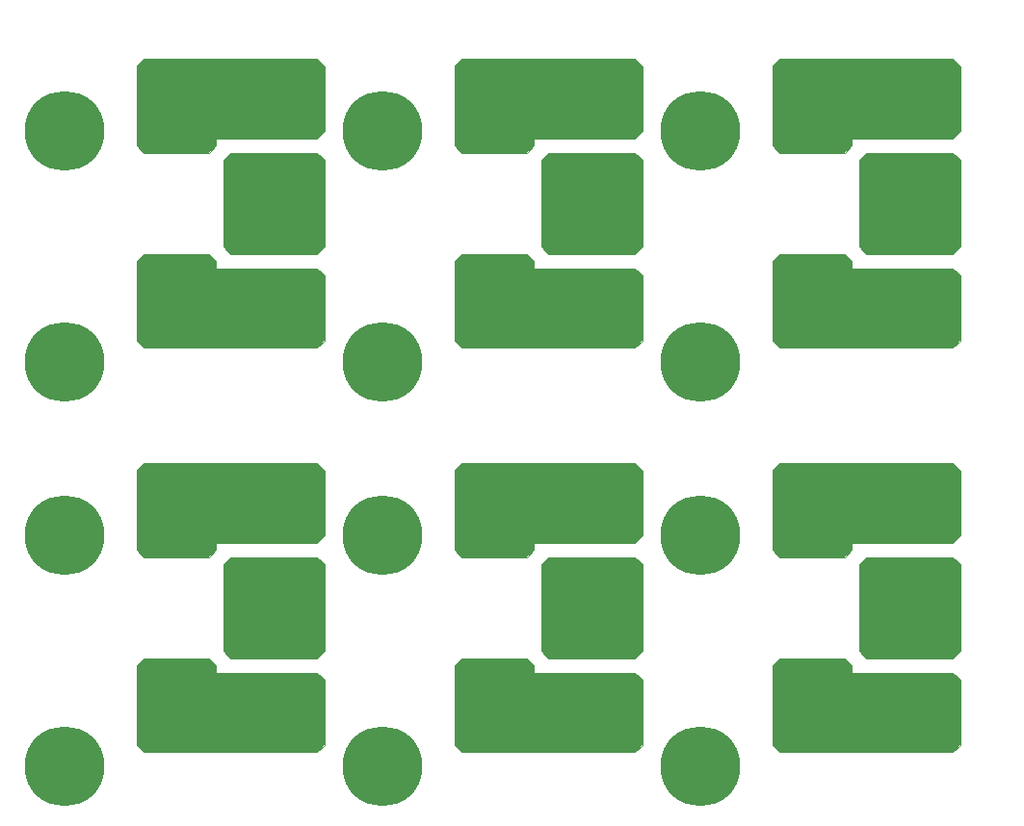
<source format=gbr>
%FSLAX34Y34*%
%MOMM*%
%LNCOPPER_TOP*%
G71*
G01*
%ADD10C, 2.00*%
%ADD11C, 0.10*%
%ADD12C, 7.00*%
%LPD*%
G36*
X257300Y759700D02*
X248525Y768475D01*
X248525Y780925D01*
X257300Y789700D01*
X269750Y789700D01*
X278525Y780925D01*
X278525Y768475D01*
X269750Y759700D01*
X257300Y759700D01*
G37*
G36*
X257300Y810500D02*
X248525Y819275D01*
X248525Y831725D01*
X257300Y840500D01*
X269750Y840500D01*
X278525Y831725D01*
X278525Y819275D01*
X269750Y810500D01*
X257300Y810500D01*
G37*
G36*
X257300Y861300D02*
X248525Y870075D01*
X248525Y882525D01*
X257300Y891300D01*
X269750Y891300D01*
X278525Y882525D01*
X278525Y870075D01*
X269750Y861300D01*
X257300Y861300D01*
G37*
G36*
X257300Y912100D02*
X248525Y920875D01*
X248525Y933325D01*
X257300Y942100D01*
X269750Y942100D01*
X278525Y933325D01*
X278525Y920875D01*
X269750Y912100D01*
X257300Y912100D01*
G37*
X187325Y928688D02*
G54D10*
D03*
X187325Y927100D02*
G54D10*
D03*
X187325Y925512D02*
G54D10*
D03*
X187325Y923925D02*
G54D10*
D03*
X187325Y922338D02*
G54D10*
D03*
X187325Y920750D02*
G54D10*
D03*
X187325Y919162D02*
G54D10*
D03*
X187325Y917575D02*
G54D10*
D03*
X187325Y915988D02*
G54D10*
D03*
X187325Y914400D02*
G54D10*
D03*
X187325Y912812D02*
G54D10*
D03*
X152400Y928688D02*
G54D10*
D03*
X152400Y927100D02*
G54D10*
D03*
X152400Y925512D02*
G54D10*
D03*
X152400Y923925D02*
G54D10*
D03*
X152400Y922338D02*
G54D10*
D03*
X152400Y920750D02*
G54D10*
D03*
X152400Y919162D02*
G54D10*
D03*
X152400Y917575D02*
G54D10*
D03*
X152400Y915988D02*
G54D10*
D03*
X152400Y914400D02*
G54D10*
D03*
X152400Y912812D02*
G54D10*
D03*
X187325Y788988D02*
G54D10*
D03*
X187325Y787400D02*
G54D10*
D03*
X187325Y785812D02*
G54D10*
D03*
X187325Y784225D02*
G54D10*
D03*
X187325Y782638D02*
G54D10*
D03*
X187325Y781050D02*
G54D10*
D03*
X187325Y779462D02*
G54D10*
D03*
X187325Y777875D02*
G54D10*
D03*
X187325Y776288D02*
G54D10*
D03*
X187325Y774700D02*
G54D10*
D03*
X187325Y773112D02*
G54D10*
D03*
X152400Y787400D02*
G54D10*
D03*
X152400Y788988D02*
G54D10*
D03*
X152400Y785812D02*
G54D10*
D03*
X152400Y784225D02*
G54D10*
D03*
X152400Y782638D02*
G54D10*
D03*
X152400Y781050D02*
G54D10*
D03*
X152400Y779462D02*
G54D10*
D03*
X152400Y777875D02*
G54D10*
D03*
X152400Y776288D02*
G54D10*
D03*
X152400Y774700D02*
G54D10*
D03*
X152400Y773112D02*
G54D10*
D03*
G36*
X301625Y889000D02*
X295275Y895350D01*
X219075Y895350D01*
X212725Y889000D01*
X212725Y812800D01*
X219075Y806450D01*
X295275Y806450D01*
X301625Y812800D01*
X301625Y889000D01*
G37*
G54D11*
X301625Y889000D02*
X295275Y895350D01*
X219075Y895350D01*
X212725Y889000D01*
X212725Y812800D01*
X219075Y806450D01*
X295275Y806450D01*
X301625Y812800D01*
X301625Y889000D01*
G36*
X295275Y908050D02*
X301625Y914400D01*
X301625Y946150D01*
X295275Y952500D01*
X142875Y952500D01*
X136525Y946150D01*
X136525Y908050D01*
X295275Y908050D01*
G37*
G54D11*
X295275Y908050D02*
X301625Y914400D01*
X301625Y946150D01*
X295275Y952500D01*
X142875Y952500D01*
X136525Y946150D01*
X136525Y908050D01*
X295275Y908050D01*
G36*
X301625Y787400D02*
X295275Y793750D01*
X136525Y793750D01*
X136525Y755650D01*
X142875Y749300D01*
X295275Y749300D01*
X301625Y755650D01*
X301625Y787400D01*
G37*
G54D11*
X301625Y787400D02*
X295275Y793750D01*
X136525Y793750D01*
X136525Y755650D01*
X142875Y749300D01*
X295275Y749300D01*
X301625Y755650D01*
X301625Y787400D01*
G36*
X136525Y908050D02*
X136525Y901700D01*
X142875Y895350D01*
X200025Y895350D01*
X206375Y901700D01*
X206375Y908050D01*
X136525Y908050D01*
G37*
G54D11*
X136525Y908050D02*
X136525Y901700D01*
X142875Y895350D01*
X200025Y895350D01*
X206375Y901700D01*
X206375Y908050D01*
X136525Y908050D01*
G36*
X136525Y793750D02*
X136525Y800100D01*
X142875Y806450D01*
X200025Y806450D01*
X206375Y800100D01*
X206375Y793750D01*
X136525Y793750D01*
G37*
G54D11*
X136525Y793750D02*
X136525Y800100D01*
X142875Y806450D01*
X200025Y806450D01*
X206375Y800100D01*
X206375Y793750D01*
X136525Y793750D01*
X73025Y914400D02*
G54D12*
D03*
X73025Y711200D02*
G54D12*
D03*
G36*
X136525Y946150D02*
X301625Y946150D01*
X301625Y971550D01*
X295275Y977900D01*
X142875Y977900D01*
X136525Y971550D01*
X136525Y946150D01*
G37*
G54D11*
X136525Y946150D02*
X301625Y946150D01*
X301625Y971550D01*
X295275Y977900D01*
X142875Y977900D01*
X136525Y971550D01*
X136525Y946150D01*
G36*
X301625Y755650D02*
X301625Y730250D01*
X295275Y723900D01*
X142875Y723900D01*
X136525Y730250D01*
X136525Y755650D01*
X301625Y755650D01*
G37*
G54D11*
X301625Y755650D02*
X301625Y730250D01*
X295275Y723900D01*
X142875Y723900D01*
X136525Y730250D01*
X136525Y755650D01*
X301625Y755650D01*
G36*
X536700Y759700D02*
X527925Y768475D01*
X527925Y780925D01*
X536700Y789700D01*
X549150Y789700D01*
X557925Y780925D01*
X557925Y768475D01*
X549150Y759700D01*
X536700Y759700D01*
G37*
G36*
X536700Y810500D02*
X527925Y819275D01*
X527925Y831725D01*
X536700Y840500D01*
X549150Y840500D01*
X557925Y831725D01*
X557925Y819275D01*
X549150Y810500D01*
X536700Y810500D01*
G37*
G36*
X536700Y861300D02*
X527925Y870075D01*
X527925Y882525D01*
X536700Y891300D01*
X549150Y891300D01*
X557925Y882525D01*
X557925Y870075D01*
X549150Y861300D01*
X536700Y861300D01*
G37*
G36*
X536700Y912100D02*
X527925Y920875D01*
X527925Y933325D01*
X536700Y942100D01*
X549150Y942100D01*
X557925Y933325D01*
X557925Y920875D01*
X549150Y912100D01*
X536700Y912100D01*
G37*
X466725Y928688D02*
G54D10*
D03*
X466725Y927100D02*
G54D10*
D03*
X466725Y925512D02*
G54D10*
D03*
X466725Y923925D02*
G54D10*
D03*
X466725Y922338D02*
G54D10*
D03*
X466725Y920750D02*
G54D10*
D03*
X466725Y919162D02*
G54D10*
D03*
X466725Y917575D02*
G54D10*
D03*
X466725Y915988D02*
G54D10*
D03*
X466725Y914400D02*
G54D10*
D03*
X466725Y912812D02*
G54D10*
D03*
X431800Y928688D02*
G54D10*
D03*
X431800Y927100D02*
G54D10*
D03*
X431800Y925512D02*
G54D10*
D03*
X431800Y923925D02*
G54D10*
D03*
X431800Y922338D02*
G54D10*
D03*
X431800Y920750D02*
G54D10*
D03*
X431800Y919162D02*
G54D10*
D03*
X431800Y917575D02*
G54D10*
D03*
X431800Y915988D02*
G54D10*
D03*
X431800Y914400D02*
G54D10*
D03*
X431800Y912812D02*
G54D10*
D03*
X466725Y788988D02*
G54D10*
D03*
X466725Y787400D02*
G54D10*
D03*
X466725Y785812D02*
G54D10*
D03*
X466725Y784225D02*
G54D10*
D03*
X466725Y782638D02*
G54D10*
D03*
X466725Y781050D02*
G54D10*
D03*
X466725Y779462D02*
G54D10*
D03*
X466725Y777875D02*
G54D10*
D03*
X466725Y776288D02*
G54D10*
D03*
X466725Y774700D02*
G54D10*
D03*
X466725Y773112D02*
G54D10*
D03*
X431800Y787400D02*
G54D10*
D03*
X431800Y788988D02*
G54D10*
D03*
X431800Y785812D02*
G54D10*
D03*
X431800Y784225D02*
G54D10*
D03*
X431800Y782638D02*
G54D10*
D03*
X431800Y781050D02*
G54D10*
D03*
X431800Y779462D02*
G54D10*
D03*
X431800Y777875D02*
G54D10*
D03*
X431800Y776288D02*
G54D10*
D03*
X431800Y774700D02*
G54D10*
D03*
X431800Y773112D02*
G54D10*
D03*
G36*
X581025Y889000D02*
X574675Y895350D01*
X498475Y895350D01*
X492125Y889000D01*
X492125Y812800D01*
X498475Y806450D01*
X574675Y806450D01*
X581025Y812800D01*
X581025Y889000D01*
G37*
G54D11*
X581025Y889000D02*
X574675Y895350D01*
X498475Y895350D01*
X492125Y889000D01*
X492125Y812800D01*
X498475Y806450D01*
X574675Y806450D01*
X581025Y812800D01*
X581025Y889000D01*
G36*
X574675Y908050D02*
X581025Y914400D01*
X581025Y946150D01*
X574675Y952500D01*
X422275Y952500D01*
X415925Y946150D01*
X415925Y908050D01*
X574675Y908050D01*
G37*
G54D11*
X574675Y908050D02*
X581025Y914400D01*
X581025Y946150D01*
X574675Y952500D01*
X422275Y952500D01*
X415925Y946150D01*
X415925Y908050D01*
X574675Y908050D01*
G36*
X581025Y787400D02*
X574675Y793750D01*
X415925Y793750D01*
X415925Y755650D01*
X422275Y749300D01*
X574675Y749300D01*
X581025Y755650D01*
X581025Y787400D01*
G37*
G54D11*
X581025Y787400D02*
X574675Y793750D01*
X415925Y793750D01*
X415925Y755650D01*
X422275Y749300D01*
X574675Y749300D01*
X581025Y755650D01*
X581025Y787400D01*
G36*
X415925Y908050D02*
X415925Y901700D01*
X422275Y895350D01*
X479425Y895350D01*
X485775Y901700D01*
X485775Y908050D01*
X415925Y908050D01*
G37*
G54D11*
X415925Y908050D02*
X415925Y901700D01*
X422275Y895350D01*
X479425Y895350D01*
X485775Y901700D01*
X485775Y908050D01*
X415925Y908050D01*
G36*
X415925Y793750D02*
X415925Y800100D01*
X422275Y806450D01*
X479425Y806450D01*
X485775Y800100D01*
X485775Y793750D01*
X415925Y793750D01*
G37*
G54D11*
X415925Y793750D02*
X415925Y800100D01*
X422275Y806450D01*
X479425Y806450D01*
X485775Y800100D01*
X485775Y793750D01*
X415925Y793750D01*
X352425Y914400D02*
G54D12*
D03*
X352425Y711200D02*
G54D12*
D03*
G36*
X415925Y946150D02*
X581025Y946150D01*
X581025Y971550D01*
X574675Y977900D01*
X422275Y977900D01*
X415925Y971550D01*
X415925Y946150D01*
G37*
G54D11*
X415925Y946150D02*
X581025Y946150D01*
X581025Y971550D01*
X574675Y977900D01*
X422275Y977900D01*
X415925Y971550D01*
X415925Y946150D01*
G36*
X581025Y755650D02*
X581025Y730250D01*
X574675Y723900D01*
X422275Y723900D01*
X415925Y730250D01*
X415925Y755650D01*
X581025Y755650D01*
G37*
G54D11*
X581025Y755650D02*
X581025Y730250D01*
X574675Y723900D01*
X422275Y723900D01*
X415925Y730250D01*
X415925Y755650D01*
X581025Y755650D01*
G36*
X816100Y759700D02*
X807325Y768475D01*
X807325Y780925D01*
X816100Y789700D01*
X828550Y789700D01*
X837325Y780925D01*
X837325Y768475D01*
X828550Y759700D01*
X816100Y759700D01*
G37*
G36*
X816100Y810500D02*
X807325Y819275D01*
X807325Y831725D01*
X816100Y840500D01*
X828550Y840500D01*
X837325Y831725D01*
X837325Y819275D01*
X828550Y810500D01*
X816100Y810500D01*
G37*
G36*
X816100Y861300D02*
X807325Y870075D01*
X807325Y882525D01*
X816100Y891300D01*
X828550Y891300D01*
X837325Y882525D01*
X837325Y870075D01*
X828550Y861300D01*
X816100Y861300D01*
G37*
G36*
X816100Y912100D02*
X807325Y920875D01*
X807325Y933325D01*
X816100Y942100D01*
X828550Y942100D01*
X837325Y933325D01*
X837325Y920875D01*
X828550Y912100D01*
X816100Y912100D01*
G37*
X746125Y928688D02*
G54D10*
D03*
X746125Y927100D02*
G54D10*
D03*
X746125Y925512D02*
G54D10*
D03*
X746125Y923925D02*
G54D10*
D03*
X746125Y922338D02*
G54D10*
D03*
X746125Y920750D02*
G54D10*
D03*
X746125Y919162D02*
G54D10*
D03*
X746125Y917575D02*
G54D10*
D03*
X746125Y915988D02*
G54D10*
D03*
X746125Y914400D02*
G54D10*
D03*
X746125Y912812D02*
G54D10*
D03*
X711200Y928688D02*
G54D10*
D03*
X711200Y927100D02*
G54D10*
D03*
X711200Y925512D02*
G54D10*
D03*
X711200Y923925D02*
G54D10*
D03*
X711200Y922338D02*
G54D10*
D03*
X711200Y920750D02*
G54D10*
D03*
X711200Y919162D02*
G54D10*
D03*
X711200Y917575D02*
G54D10*
D03*
X711200Y915988D02*
G54D10*
D03*
X711200Y914400D02*
G54D10*
D03*
X711200Y912812D02*
G54D10*
D03*
X746125Y788988D02*
G54D10*
D03*
X746125Y787400D02*
G54D10*
D03*
X746125Y785812D02*
G54D10*
D03*
X746125Y784225D02*
G54D10*
D03*
X746125Y782638D02*
G54D10*
D03*
X746125Y781050D02*
G54D10*
D03*
X746125Y779462D02*
G54D10*
D03*
X746125Y777875D02*
G54D10*
D03*
X746125Y776288D02*
G54D10*
D03*
X746125Y774700D02*
G54D10*
D03*
X746125Y773112D02*
G54D10*
D03*
X711200Y787400D02*
G54D10*
D03*
X711200Y788988D02*
G54D10*
D03*
X711200Y785812D02*
G54D10*
D03*
X711200Y784225D02*
G54D10*
D03*
X711200Y782638D02*
G54D10*
D03*
X711200Y781050D02*
G54D10*
D03*
X711200Y779462D02*
G54D10*
D03*
X711200Y777875D02*
G54D10*
D03*
X711200Y776288D02*
G54D10*
D03*
X711200Y774700D02*
G54D10*
D03*
X711200Y773112D02*
G54D10*
D03*
G36*
X860425Y889000D02*
X854075Y895350D01*
X777875Y895350D01*
X771525Y889000D01*
X771525Y812800D01*
X777875Y806450D01*
X854075Y806450D01*
X860425Y812800D01*
X860425Y889000D01*
G37*
G54D11*
X860425Y889000D02*
X854075Y895350D01*
X777875Y895350D01*
X771525Y889000D01*
X771525Y812800D01*
X777875Y806450D01*
X854075Y806450D01*
X860425Y812800D01*
X860425Y889000D01*
G36*
X854075Y908050D02*
X860425Y914400D01*
X860425Y946150D01*
X854075Y952500D01*
X701675Y952500D01*
X695325Y946150D01*
X695325Y908050D01*
X854075Y908050D01*
G37*
G54D11*
X854075Y908050D02*
X860425Y914400D01*
X860425Y946150D01*
X854075Y952500D01*
X701675Y952500D01*
X695325Y946150D01*
X695325Y908050D01*
X854075Y908050D01*
G36*
X860425Y787400D02*
X854075Y793750D01*
X695325Y793750D01*
X695325Y755650D01*
X701675Y749300D01*
X854075Y749300D01*
X860425Y755650D01*
X860425Y787400D01*
G37*
G54D11*
X860425Y787400D02*
X854075Y793750D01*
X695325Y793750D01*
X695325Y755650D01*
X701675Y749300D01*
X854075Y749300D01*
X860425Y755650D01*
X860425Y787400D01*
G36*
X695325Y908050D02*
X695325Y901700D01*
X701675Y895350D01*
X758825Y895350D01*
X765175Y901700D01*
X765175Y908050D01*
X695325Y908050D01*
G37*
G54D11*
X695325Y908050D02*
X695325Y901700D01*
X701675Y895350D01*
X758825Y895350D01*
X765175Y901700D01*
X765175Y908050D01*
X695325Y908050D01*
G36*
X695325Y793750D02*
X695325Y800100D01*
X701675Y806450D01*
X758825Y806450D01*
X765175Y800100D01*
X765175Y793750D01*
X695325Y793750D01*
G37*
G54D11*
X695325Y793750D02*
X695325Y800100D01*
X701675Y806450D01*
X758825Y806450D01*
X765175Y800100D01*
X765175Y793750D01*
X695325Y793750D01*
X631825Y914400D02*
G54D12*
D03*
X631825Y711200D02*
G54D12*
D03*
G36*
X695325Y946150D02*
X860425Y946150D01*
X860425Y971550D01*
X854075Y977900D01*
X701675Y977900D01*
X695325Y971550D01*
X695325Y946150D01*
G37*
G54D11*
X695325Y946150D02*
X860425Y946150D01*
X860425Y971550D01*
X854075Y977900D01*
X701675Y977900D01*
X695325Y971550D01*
X695325Y946150D01*
G36*
X860425Y755650D02*
X860425Y730250D01*
X854075Y723900D01*
X701675Y723900D01*
X695325Y730250D01*
X695325Y755650D01*
X860425Y755650D01*
G37*
G54D11*
X860425Y755650D02*
X860425Y730250D01*
X854075Y723900D01*
X701675Y723900D01*
X695325Y730250D01*
X695325Y755650D01*
X860425Y755650D01*
G36*
X257300Y404100D02*
X248525Y412875D01*
X248525Y425325D01*
X257300Y434100D01*
X269750Y434100D01*
X278525Y425325D01*
X278525Y412875D01*
X269750Y404100D01*
X257300Y404100D01*
G37*
G36*
X257300Y454900D02*
X248525Y463675D01*
X248525Y476125D01*
X257300Y484900D01*
X269750Y484900D01*
X278525Y476125D01*
X278525Y463675D01*
X269750Y454900D01*
X257300Y454900D01*
G37*
G36*
X257300Y505700D02*
X248525Y514475D01*
X248525Y526925D01*
X257300Y535700D01*
X269750Y535700D01*
X278525Y526925D01*
X278525Y514475D01*
X269750Y505700D01*
X257300Y505700D01*
G37*
G36*
X257300Y556500D02*
X248525Y565275D01*
X248525Y577725D01*
X257300Y586500D01*
X269750Y586500D01*
X278525Y577725D01*
X278525Y565275D01*
X269750Y556500D01*
X257300Y556500D01*
G37*
X187325Y573088D02*
G54D10*
D03*
X187325Y571500D02*
G54D10*
D03*
X187325Y569912D02*
G54D10*
D03*
X187325Y568325D02*
G54D10*
D03*
X187325Y566738D02*
G54D10*
D03*
X187325Y565150D02*
G54D10*
D03*
X187325Y563562D02*
G54D10*
D03*
X187325Y561975D02*
G54D10*
D03*
X187325Y560388D02*
G54D10*
D03*
X187325Y558800D02*
G54D10*
D03*
X187325Y557212D02*
G54D10*
D03*
X152400Y573088D02*
G54D10*
D03*
X152400Y571500D02*
G54D10*
D03*
X152400Y569912D02*
G54D10*
D03*
X152400Y568325D02*
G54D10*
D03*
X152400Y566738D02*
G54D10*
D03*
X152400Y565150D02*
G54D10*
D03*
X152400Y563562D02*
G54D10*
D03*
X152400Y561975D02*
G54D10*
D03*
X152400Y560388D02*
G54D10*
D03*
X152400Y558800D02*
G54D10*
D03*
X152400Y557212D02*
G54D10*
D03*
X187325Y433388D02*
G54D10*
D03*
X187325Y431800D02*
G54D10*
D03*
X187325Y430212D02*
G54D10*
D03*
X187325Y428625D02*
G54D10*
D03*
X187325Y427038D02*
G54D10*
D03*
X187325Y425450D02*
G54D10*
D03*
X187325Y423862D02*
G54D10*
D03*
X187325Y422275D02*
G54D10*
D03*
X187325Y420688D02*
G54D10*
D03*
X187325Y419100D02*
G54D10*
D03*
X187325Y417512D02*
G54D10*
D03*
X152400Y431800D02*
G54D10*
D03*
X152400Y433388D02*
G54D10*
D03*
X152400Y430212D02*
G54D10*
D03*
X152400Y428625D02*
G54D10*
D03*
X152400Y427038D02*
G54D10*
D03*
X152400Y425450D02*
G54D10*
D03*
X152400Y423862D02*
G54D10*
D03*
X152400Y422275D02*
G54D10*
D03*
X152400Y420688D02*
G54D10*
D03*
X152400Y419100D02*
G54D10*
D03*
X152400Y417512D02*
G54D10*
D03*
G36*
X301625Y533400D02*
X295275Y539750D01*
X219075Y539750D01*
X212725Y533400D01*
X212725Y457200D01*
X219075Y450850D01*
X295275Y450850D01*
X301625Y457200D01*
X301625Y533400D01*
G37*
G54D11*
X301625Y533400D02*
X295275Y539750D01*
X219075Y539750D01*
X212725Y533400D01*
X212725Y457200D01*
X219075Y450850D01*
X295275Y450850D01*
X301625Y457200D01*
X301625Y533400D01*
G36*
X295275Y552450D02*
X301625Y558800D01*
X301625Y590550D01*
X295275Y596900D01*
X142875Y596900D01*
X136525Y590550D01*
X136525Y552450D01*
X295275Y552450D01*
G37*
G54D11*
X295275Y552450D02*
X301625Y558800D01*
X301625Y590550D01*
X295275Y596900D01*
X142875Y596900D01*
X136525Y590550D01*
X136525Y552450D01*
X295275Y552450D01*
G36*
X301625Y431800D02*
X295275Y438150D01*
X136525Y438150D01*
X136525Y400050D01*
X142875Y393700D01*
X295275Y393700D01*
X301625Y400050D01*
X301625Y431800D01*
G37*
G54D11*
X301625Y431800D02*
X295275Y438150D01*
X136525Y438150D01*
X136525Y400050D01*
X142875Y393700D01*
X295275Y393700D01*
X301625Y400050D01*
X301625Y431800D01*
G36*
X136525Y552450D02*
X136525Y546100D01*
X142875Y539750D01*
X200025Y539750D01*
X206375Y546100D01*
X206375Y552450D01*
X136525Y552450D01*
G37*
G54D11*
X136525Y552450D02*
X136525Y546100D01*
X142875Y539750D01*
X200025Y539750D01*
X206375Y546100D01*
X206375Y552450D01*
X136525Y552450D01*
G36*
X136525Y438150D02*
X136525Y444500D01*
X142875Y450850D01*
X200025Y450850D01*
X206375Y444500D01*
X206375Y438150D01*
X136525Y438150D01*
G37*
G54D11*
X136525Y438150D02*
X136525Y444500D01*
X142875Y450850D01*
X200025Y450850D01*
X206375Y444500D01*
X206375Y438150D01*
X136525Y438150D01*
X73025Y558800D02*
G54D12*
D03*
X73025Y355600D02*
G54D12*
D03*
G36*
X136525Y590550D02*
X301625Y590550D01*
X301625Y615950D01*
X295275Y622300D01*
X142875Y622300D01*
X136525Y615950D01*
X136525Y590550D01*
G37*
G54D11*
X136525Y590550D02*
X301625Y590550D01*
X301625Y615950D01*
X295275Y622300D01*
X142875Y622300D01*
X136525Y615950D01*
X136525Y590550D01*
G36*
X301625Y400050D02*
X301625Y374650D01*
X295275Y368300D01*
X142875Y368300D01*
X136525Y374650D01*
X136525Y400050D01*
X301625Y400050D01*
G37*
G54D11*
X301625Y400050D02*
X301625Y374650D01*
X295275Y368300D01*
X142875Y368300D01*
X136525Y374650D01*
X136525Y400050D01*
X301625Y400050D01*
G36*
X536700Y404100D02*
X527925Y412875D01*
X527925Y425325D01*
X536700Y434100D01*
X549150Y434100D01*
X557925Y425325D01*
X557925Y412875D01*
X549150Y404100D01*
X536700Y404100D01*
G37*
G36*
X536700Y454900D02*
X527925Y463675D01*
X527925Y476125D01*
X536700Y484900D01*
X549150Y484900D01*
X557925Y476125D01*
X557925Y463675D01*
X549150Y454900D01*
X536700Y454900D01*
G37*
G36*
X536700Y505700D02*
X527925Y514475D01*
X527925Y526925D01*
X536700Y535700D01*
X549150Y535700D01*
X557925Y526925D01*
X557925Y514475D01*
X549150Y505700D01*
X536700Y505700D01*
G37*
G36*
X536700Y556500D02*
X527925Y565275D01*
X527925Y577725D01*
X536700Y586500D01*
X549150Y586500D01*
X557925Y577725D01*
X557925Y565275D01*
X549150Y556500D01*
X536700Y556500D01*
G37*
X466725Y573088D02*
G54D10*
D03*
X466725Y571500D02*
G54D10*
D03*
X466725Y569912D02*
G54D10*
D03*
X466725Y568325D02*
G54D10*
D03*
X466725Y566738D02*
G54D10*
D03*
X466725Y565150D02*
G54D10*
D03*
X466725Y563562D02*
G54D10*
D03*
X466725Y561975D02*
G54D10*
D03*
X466725Y560388D02*
G54D10*
D03*
X466725Y558800D02*
G54D10*
D03*
X466725Y557212D02*
G54D10*
D03*
X431800Y573088D02*
G54D10*
D03*
X431800Y571500D02*
G54D10*
D03*
X431800Y569912D02*
G54D10*
D03*
X431800Y568325D02*
G54D10*
D03*
X431800Y566738D02*
G54D10*
D03*
X431800Y565150D02*
G54D10*
D03*
X431800Y563562D02*
G54D10*
D03*
X431800Y561975D02*
G54D10*
D03*
X431800Y560388D02*
G54D10*
D03*
X431800Y558800D02*
G54D10*
D03*
X431800Y557212D02*
G54D10*
D03*
X466725Y433388D02*
G54D10*
D03*
X466725Y431800D02*
G54D10*
D03*
X466725Y430212D02*
G54D10*
D03*
X466725Y428625D02*
G54D10*
D03*
X466725Y427038D02*
G54D10*
D03*
X466725Y425450D02*
G54D10*
D03*
X466725Y423862D02*
G54D10*
D03*
X466725Y422275D02*
G54D10*
D03*
X466725Y420688D02*
G54D10*
D03*
X466725Y419100D02*
G54D10*
D03*
X466725Y417512D02*
G54D10*
D03*
X431800Y431800D02*
G54D10*
D03*
X431800Y433388D02*
G54D10*
D03*
X431800Y430212D02*
G54D10*
D03*
X431800Y428625D02*
G54D10*
D03*
X431800Y427038D02*
G54D10*
D03*
X431800Y425450D02*
G54D10*
D03*
X431800Y423862D02*
G54D10*
D03*
X431800Y422275D02*
G54D10*
D03*
X431800Y420688D02*
G54D10*
D03*
X431800Y419100D02*
G54D10*
D03*
X431800Y417512D02*
G54D10*
D03*
G36*
X581025Y533400D02*
X574675Y539750D01*
X498475Y539750D01*
X492125Y533400D01*
X492125Y457200D01*
X498475Y450850D01*
X574675Y450850D01*
X581025Y457200D01*
X581025Y533400D01*
G37*
G54D11*
X581025Y533400D02*
X574675Y539750D01*
X498475Y539750D01*
X492125Y533400D01*
X492125Y457200D01*
X498475Y450850D01*
X574675Y450850D01*
X581025Y457200D01*
X581025Y533400D01*
G36*
X574675Y552450D02*
X581025Y558800D01*
X581025Y590550D01*
X574675Y596900D01*
X422275Y596900D01*
X415925Y590550D01*
X415925Y552450D01*
X574675Y552450D01*
G37*
G54D11*
X574675Y552450D02*
X581025Y558800D01*
X581025Y590550D01*
X574675Y596900D01*
X422275Y596900D01*
X415925Y590550D01*
X415925Y552450D01*
X574675Y552450D01*
G36*
X581025Y431800D02*
X574675Y438150D01*
X415925Y438150D01*
X415925Y400050D01*
X422275Y393700D01*
X574675Y393700D01*
X581025Y400050D01*
X581025Y431800D01*
G37*
G54D11*
X581025Y431800D02*
X574675Y438150D01*
X415925Y438150D01*
X415925Y400050D01*
X422275Y393700D01*
X574675Y393700D01*
X581025Y400050D01*
X581025Y431800D01*
G36*
X415925Y552450D02*
X415925Y546100D01*
X422275Y539750D01*
X479425Y539750D01*
X485775Y546100D01*
X485775Y552450D01*
X415925Y552450D01*
G37*
G54D11*
X415925Y552450D02*
X415925Y546100D01*
X422275Y539750D01*
X479425Y539750D01*
X485775Y546100D01*
X485775Y552450D01*
X415925Y552450D01*
G36*
X415925Y438150D02*
X415925Y444500D01*
X422275Y450850D01*
X479425Y450850D01*
X485775Y444500D01*
X485775Y438150D01*
X415925Y438150D01*
G37*
G54D11*
X415925Y438150D02*
X415925Y444500D01*
X422275Y450850D01*
X479425Y450850D01*
X485775Y444500D01*
X485775Y438150D01*
X415925Y438150D01*
X352425Y558800D02*
G54D12*
D03*
X352425Y355600D02*
G54D12*
D03*
G36*
X415925Y590550D02*
X581025Y590550D01*
X581025Y615950D01*
X574675Y622300D01*
X422275Y622300D01*
X415925Y615950D01*
X415925Y590550D01*
G37*
G54D11*
X415925Y590550D02*
X581025Y590550D01*
X581025Y615950D01*
X574675Y622300D01*
X422275Y622300D01*
X415925Y615950D01*
X415925Y590550D01*
G36*
X581025Y400050D02*
X581025Y374650D01*
X574675Y368300D01*
X422275Y368300D01*
X415925Y374650D01*
X415925Y400050D01*
X581025Y400050D01*
G37*
G54D11*
X581025Y400050D02*
X581025Y374650D01*
X574675Y368300D01*
X422275Y368300D01*
X415925Y374650D01*
X415925Y400050D01*
X581025Y400050D01*
G36*
X816100Y404100D02*
X807325Y412875D01*
X807325Y425325D01*
X816100Y434100D01*
X828550Y434100D01*
X837325Y425325D01*
X837325Y412875D01*
X828550Y404100D01*
X816100Y404100D01*
G37*
G36*
X816100Y454900D02*
X807325Y463675D01*
X807325Y476125D01*
X816100Y484900D01*
X828550Y484900D01*
X837325Y476125D01*
X837325Y463675D01*
X828550Y454900D01*
X816100Y454900D01*
G37*
G36*
X816100Y505700D02*
X807325Y514475D01*
X807325Y526925D01*
X816100Y535700D01*
X828550Y535700D01*
X837325Y526925D01*
X837325Y514475D01*
X828550Y505700D01*
X816100Y505700D01*
G37*
G36*
X816100Y556500D02*
X807325Y565275D01*
X807325Y577725D01*
X816100Y586500D01*
X828550Y586500D01*
X837325Y577725D01*
X837325Y565275D01*
X828550Y556500D01*
X816100Y556500D01*
G37*
X746125Y573088D02*
G54D10*
D03*
X746125Y571500D02*
G54D10*
D03*
X746125Y569912D02*
G54D10*
D03*
X746125Y568325D02*
G54D10*
D03*
X746125Y566738D02*
G54D10*
D03*
X746125Y565150D02*
G54D10*
D03*
X746125Y563562D02*
G54D10*
D03*
X746125Y561975D02*
G54D10*
D03*
X746125Y560388D02*
G54D10*
D03*
X746125Y558800D02*
G54D10*
D03*
X746125Y557212D02*
G54D10*
D03*
X711200Y573088D02*
G54D10*
D03*
X711200Y571500D02*
G54D10*
D03*
X711200Y569912D02*
G54D10*
D03*
X711200Y568325D02*
G54D10*
D03*
X711200Y566738D02*
G54D10*
D03*
X711200Y565150D02*
G54D10*
D03*
X711200Y563562D02*
G54D10*
D03*
X711200Y561975D02*
G54D10*
D03*
X711200Y560388D02*
G54D10*
D03*
X711200Y558800D02*
G54D10*
D03*
X711200Y557212D02*
G54D10*
D03*
X746125Y433388D02*
G54D10*
D03*
X746125Y431800D02*
G54D10*
D03*
X746125Y430212D02*
G54D10*
D03*
X746125Y428625D02*
G54D10*
D03*
X746125Y427038D02*
G54D10*
D03*
X746125Y425450D02*
G54D10*
D03*
X746125Y423862D02*
G54D10*
D03*
X746125Y422275D02*
G54D10*
D03*
X746125Y420688D02*
G54D10*
D03*
X746125Y419100D02*
G54D10*
D03*
X746125Y417512D02*
G54D10*
D03*
X711200Y431800D02*
G54D10*
D03*
X711200Y433388D02*
G54D10*
D03*
X711200Y430212D02*
G54D10*
D03*
X711200Y428625D02*
G54D10*
D03*
X711200Y427038D02*
G54D10*
D03*
X711200Y425450D02*
G54D10*
D03*
X711200Y423862D02*
G54D10*
D03*
X711200Y422275D02*
G54D10*
D03*
X711200Y420688D02*
G54D10*
D03*
X711200Y419100D02*
G54D10*
D03*
X711200Y417512D02*
G54D10*
D03*
G36*
X860425Y533400D02*
X854075Y539750D01*
X777875Y539750D01*
X771525Y533400D01*
X771525Y457200D01*
X777875Y450850D01*
X854075Y450850D01*
X860425Y457200D01*
X860425Y533400D01*
G37*
G54D11*
X860425Y533400D02*
X854075Y539750D01*
X777875Y539750D01*
X771525Y533400D01*
X771525Y457200D01*
X777875Y450850D01*
X854075Y450850D01*
X860425Y457200D01*
X860425Y533400D01*
G36*
X854075Y552450D02*
X860425Y558800D01*
X860425Y590550D01*
X854075Y596900D01*
X701675Y596900D01*
X695325Y590550D01*
X695325Y552450D01*
X854075Y552450D01*
G37*
G54D11*
X854075Y552450D02*
X860425Y558800D01*
X860425Y590550D01*
X854075Y596900D01*
X701675Y596900D01*
X695325Y590550D01*
X695325Y552450D01*
X854075Y552450D01*
G36*
X860425Y431800D02*
X854075Y438150D01*
X695325Y438150D01*
X695325Y400050D01*
X701675Y393700D01*
X854075Y393700D01*
X860425Y400050D01*
X860425Y431800D01*
G37*
G54D11*
X860425Y431800D02*
X854075Y438150D01*
X695325Y438150D01*
X695325Y400050D01*
X701675Y393700D01*
X854075Y393700D01*
X860425Y400050D01*
X860425Y431800D01*
G36*
X695325Y552450D02*
X695325Y546100D01*
X701675Y539750D01*
X758825Y539750D01*
X765175Y546100D01*
X765175Y552450D01*
X695325Y552450D01*
G37*
G54D11*
X695325Y552450D02*
X695325Y546100D01*
X701675Y539750D01*
X758825Y539750D01*
X765175Y546100D01*
X765175Y552450D01*
X695325Y552450D01*
G36*
X695325Y438150D02*
X695325Y444500D01*
X701675Y450850D01*
X758825Y450850D01*
X765175Y444500D01*
X765175Y438150D01*
X695325Y438150D01*
G37*
G54D11*
X695325Y438150D02*
X695325Y444500D01*
X701675Y450850D01*
X758825Y450850D01*
X765175Y444500D01*
X765175Y438150D01*
X695325Y438150D01*
X631825Y558800D02*
G54D12*
D03*
X631825Y355600D02*
G54D12*
D03*
G36*
X695325Y590550D02*
X860425Y590550D01*
X860425Y615950D01*
X854075Y622300D01*
X701675Y622300D01*
X695325Y615950D01*
X695325Y590550D01*
G37*
G54D11*
X695325Y590550D02*
X860425Y590550D01*
X860425Y615950D01*
X854075Y622300D01*
X701675Y622300D01*
X695325Y615950D01*
X695325Y590550D01*
G36*
X860425Y400050D02*
X860425Y374650D01*
X854075Y368300D01*
X701675Y368300D01*
X695325Y374650D01*
X695325Y400050D01*
X860425Y400050D01*
G37*
G54D11*
X860425Y400050D02*
X860425Y374650D01*
X854075Y368300D01*
X701675Y368300D01*
X695325Y374650D01*
X695325Y400050D01*
X860425Y400050D01*
M02*

</source>
